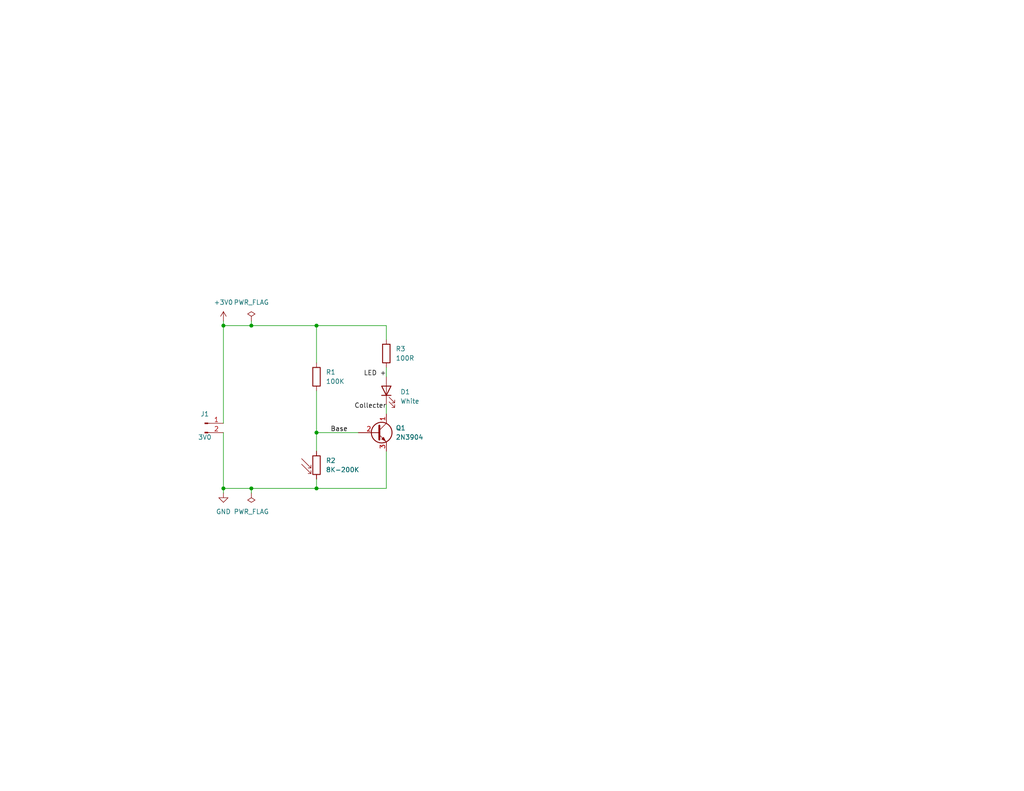
<source format=kicad_sch>
(kicad_sch (version 20211123) (generator eeschema)
  (paper "USLetter")
  (title_block (title "Night Light") (date "2023-01-05") (company "Zach Dribin"))
  (lib_symbols
    (symbol "Connector:Conn_01x02_Male" (pin_names (offset 1.016) hide)
      (property "Reference" "J" (at 0 2.54 0))
      (property "Value" "Conn_01x02_Male" (at 0 -5.08 0))
      (symbol "Conn_01x02_Male_1_1"
        (polyline (pts (xy 1.27 -2.54) (xy 0.8636 -2.54)) (stroke (width 0.1524)))
        (polyline (pts (xy 1.27 0) (xy 0.8636 0)) (stroke (width 0.1524)))
        (rectangle (start 0.8636 -2.413) (end 0 -2.667) (stroke (width 0.1524)) (fill (type outline)))
        (rectangle (start 0.8636 0.127) (end 0 -0.127) (stroke (width 0.1524)) (fill (type outline)))
        (pin passive line (at 5.08 0 180) (length 3.81) (name "Pin_1") (number "1"))
        (pin passive line (at 5.08 -2.54 180) (length 3.81) (name "Pin_2") (number "2"))
      )
    )
    (symbol "Device:LED" (pin_numbers hide) (pin_names (offset 1.016) hide)
      (property "Reference" "D" (at 0 2.54 0))
      (property "Value" "LED" (at 0 -2.54 0))
      (symbol "LED_0_1"
        (polyline (pts (xy -1.27 -1.27) (xy -1.27 1.27)) (stroke (width 0.254)))
        (polyline (pts (xy -1.27 0) (xy 1.27 0)))
        (polyline (pts (xy 1.27 -1.27) (xy 1.27 1.27) (xy -1.27 0) (xy 1.27 -1.27)) (stroke (width 0.254)))
        (polyline (pts (xy -3.048 -0.762) (xy -4.572 -2.286) (xy -3.81 -2.286) (xy -4.572 -2.286) (xy -4.572 -1.524)))
        (polyline (pts (xy -1.778 -0.762) (xy -3.302 -2.286) (xy -2.54 -2.286) (xy -3.302 -2.286) (xy -3.302 -1.524)))
      )
      (symbol "LED_1_1"
        (pin passive line (at -3.81 0 0) (length 2.54) (name "K") (number "1"))
        (pin passive line (at 3.81 0 180) (length 2.54) (name "A") (number "2"))
      )
    )
    (symbol "Device:Q_NPN_CBE" (pin_names (offset 0) hide)
      (property "Reference" "Q" (at 5.08 1.27 0))
      (property "Value" "Q_NPN_CBE" (at 5.08 -1.27 0))
      (symbol "Q_NPN_CBE_0_1"
        (polyline (pts (xy 0.635 0.635) (xy 2.54 2.54)))
        (polyline (pts (xy 0.635 -0.635) (xy 2.54 -2.54) (xy 2.54 -2.54)))
        (polyline (pts (xy 0.635 1.905) (xy 0.635 -1.905) (xy 0.635 -1.905)) (stroke (width 0.508)))
        (polyline (pts (xy 1.27 -1.778) (xy 1.778 -1.27) (xy 2.286 -2.286) (xy 1.27 -1.778) (xy 1.27 -1.778)) (fill (type outline)))
        (circle (center 1.27 0) (radius 2.8194) (stroke (width 0.254)))
      )
      (symbol "Q_NPN_CBE_1_1"
        (pin passive line (at 2.54 5.08 270) (length 2.54) (name "C") (number "1"))
        (pin input line (at -5.08 0 0) (length 5.715) (name "B") (number "2"))
        (pin passive line (at 2.54 -5.08 90) (length 2.54) (name "E") (number "3"))
      )
    )
    (symbol "Device:R" (pin_numbers hide) (pin_names (offset 0))
      (property "Reference" "R" (at 2.032 0 90))
      (property "Value" "R" (at 0 0 90))
      (symbol "R_0_1"
        (rectangle (start -1.016 -2.54) (end 1.016 2.54) (stroke (width 0.254)))
      )
      (symbol "R_1_1"
        (pin passive line (at 0 3.81 270) (length 1.27) (name "~") (number "1"))
        (pin passive line (at 0 -3.81 90) (length 1.27) (name "~") (number "2"))
      )
    )
    (symbol "Device:R_Photo" (pin_numbers hide) (pin_names (offset 0))
      (property "Reference" "R" (at 1.27 1.27 0))
      (property "Value" "R_Photo" (at 1.27 0 0))
      (symbol "R_Photo_0_1"
        (rectangle (start -1.016 2.54) (end 1.016 -2.54) (stroke (width 0.254)))
        (polyline (pts (xy -1.524 -2.286) (xy -4.064 0.254)))
        (polyline (pts (xy -1.524 -2.286) (xy -2.286 -2.286)))
        (polyline (pts (xy -1.524 -2.286) (xy -1.524 -1.524)))
        (polyline (pts (xy -1.524 -0.762) (xy -4.064 1.778)))
        (polyline (pts (xy -1.524 -0.762) (xy -2.286 -0.762)))
        (polyline (pts (xy -1.524 -0.762) (xy -1.524 0)))
      )
      (symbol "R_Photo_1_1"
        (pin passive line (at 0 3.81 270) (length 1.27) (name "~") (number "1"))
        (pin passive line (at 0 -3.81 90) (length 1.27) (name "~") (number "2"))
      )
    )
    (symbol "power:+3V0" (power) (pin_names (offset 0))
      (property "Value" "+3V0" (at 0 3.556 0))
      (symbol "+3V0_0_1"
        (polyline (pts (xy -0.762 1.27) (xy 0 2.54)))
        (polyline (pts (xy 0 0) (xy 0 2.54)))
        (polyline (pts (xy 0 2.54) (xy 0.762 1.27)))
      )
      (symbol "+3V0_1_1"
        (pin power_in line (at 0 0 90) (length 0) hide (name "+3V0") (number "1"))
      )
    )
    (symbol "power:GND" (power) (pin_names (offset 0))
      (property "Value" "GND" (at 0 -3.81 0))
      (symbol "GND_0_1"
        (polyline (pts (xy 0 0) (xy 0 -1.27) (xy 1.27 -1.27) (xy 0 -2.54) (xy -1.27 -1.27) (xy 0 -1.27)))
      )
      (symbol "GND_1_1"
        (pin power_in line (at 0 0 270) (length 0) hide (name "GND") (number "1"))
      )
    )
    (symbol "power:PWR_FLAG" (power) (pin_numbers hide) (pin_names (offset 0) hide)
      (property "Value" "PWR_FLAG" (at 0 3.81 0))
      (symbol "PWR_FLAG_0_0"
        (pin power_out line (at 0 0 90) (length 0) (name "pwr") (number "1"))
      )
      (symbol "PWR_FLAG_0_1"
        (polyline (pts (xy 0 0) (xy 0 1.27) (xy -1.016 1.905) (xy 0 2.54) (xy 1.016 1.905) (xy 0 1.27)))
      )
    )
  )
  (junction (at 68.58 88.9))
  (junction (at 86.36 88.9))
  (junction (at 86.36 133.35))
  (junction (at 60.96 133.35))
  (junction (at 86.36 118.11))
  (junction (at 68.58 133.35))
  (junction (at 60.96 88.9))
  (wire (pts (xy 105.41 110.49) (xy 105.41 113.03)))
  (wire (pts (xy 68.58 133.35) (xy 60.96 133.35)))
  (wire (pts (xy 105.41 133.35) (xy 86.36 133.35)))
  (wire (pts (xy 86.36 130.81) (xy 86.36 133.35)))
  (wire (pts (xy 68.58 133.35) (xy 68.58 134.62)))
  (wire (pts (xy 86.36 106.68) (xy 86.36 118.11)))
  (wire (pts (xy 60.96 88.9) (xy 60.96 115.57)))
  (wire (pts (xy 105.41 88.9) (xy 105.41 92.71)))
  (wire (pts (xy 86.36 88.9) (xy 105.41 88.9)))
  (wire (pts (xy 86.36 133.35) (xy 68.58 133.35)))
  (wire (pts (xy 86.36 118.11) (xy 97.79 118.11)))
  (wire (pts (xy 68.58 88.9) (xy 86.36 88.9)))
  (wire (pts (xy 86.36 88.9) (xy 86.36 99.06)))
  (wire (pts (xy 60.96 88.9) (xy 68.58 88.9)))
  (wire (pts (xy 105.41 100.33) (xy 105.41 102.87)))
  (wire (pts (xy 60.96 133.35) (xy 60.96 134.62)))
  (wire (pts (xy 60.96 87.63) (xy 60.96 88.9)))
  (wire (pts (xy 68.58 87.63) (xy 68.58 88.9)))
  (wire (pts (xy 105.41 123.19) (xy 105.41 133.35)))
  (wire (pts (xy 86.36 118.11) (xy 86.36 123.19)))
  (wire (pts (xy 60.96 118.11) (xy 60.96 133.35)))
  (label "LED +" (at 105.41 102.87 180))
  (label "Base" (at 90.17 118.11 0))
  (label "Collecter" (at 105.41 111.76 180))
  (symbol (lib_id "power:PWR_FLAG") (at 68.58 134.62 180) (unit 1)
    (property "Reference" "#FLG0101" (effects hide))
    (property "Value" "PWR_FLAG" (at 68.58 139.7 0))
  )
  (symbol (lib_id "Device:R_Photo") (at 86.36 127 0) (unit 1)
    (property "Reference" "R2" (at 88.9 125.7299 0) (effects (justify left)))
    (property "Value" "8K-200K" (at 88.9 128.2699 0) (effects (justify left)))
  )
  (symbol (lib_id "Device:LED") (at 105.41 106.68 90) (unit 1)
    (property "Reference" "D1" (at 109.22 106.9974 90) (effects (justify right)))
    (property "Value" "White" (at 109.22 109.5374 90) (effects (justify right)))
  )
  (symbol (lib_id "Device:Q_NPN_CBE") (at 102.87 118.11 0) (unit 1)
    (property "Reference" "Q1" (at 107.95 116.8399 0) (effects (justify left)))
    (property "Value" "2N3904" (at 107.95 119.3799 0) (effects (justify left)))
  )
  (symbol (lib_id "power:PWR_FLAG") (at 68.58 87.63 0) (unit 1)
    (property "Reference" "#FLG0102" (effects hide))
    (property "Value" "PWR_FLAG" (at 68.58 82.55 0))
  )
  (symbol (lib_id "Connector:Conn_01x02_Male") (at 55.88 115.57 0) (unit 1)
    (property "Reference" "J1" (at 55.88 113.03 0))
    (property "Value" "3V0" (at 55.88 119.38 0))
  )
  (symbol (lib_id "Device:R") (at 86.36 102.87 0) (unit 1)
    (property "Reference" "R1" (at 88.9 101.5999 0) (effects (justify left)))
    (property "Value" "100K" (at 88.9 104.1399 0) (effects (justify left)))
  )
  (symbol (lib_id "power:GND") (at 60.96 134.62 0) (unit 1)
    (property "Reference" "#PWR0102" (effects hide))
    (property "Value" "GND" (at 60.96 139.7 0))
  )
  (symbol (lib_id "power:+3V0") (at 60.96 87.63 0) (unit 1)
    (property "Reference" "#PWR0101" (effects hide))
    (property "Value" "+3V0" (at 60.96 82.55 0))
  )
  (symbol (lib_id "Device:R") (at 105.41 96.52 0) (unit 1)
    (property "Reference" "R3" (at 107.95 95.2499 0) (effects (justify left)))
    (property "Value" "100R" (at 107.95 97.7899 0) (effects (justify left)))
  )
)
</source>
